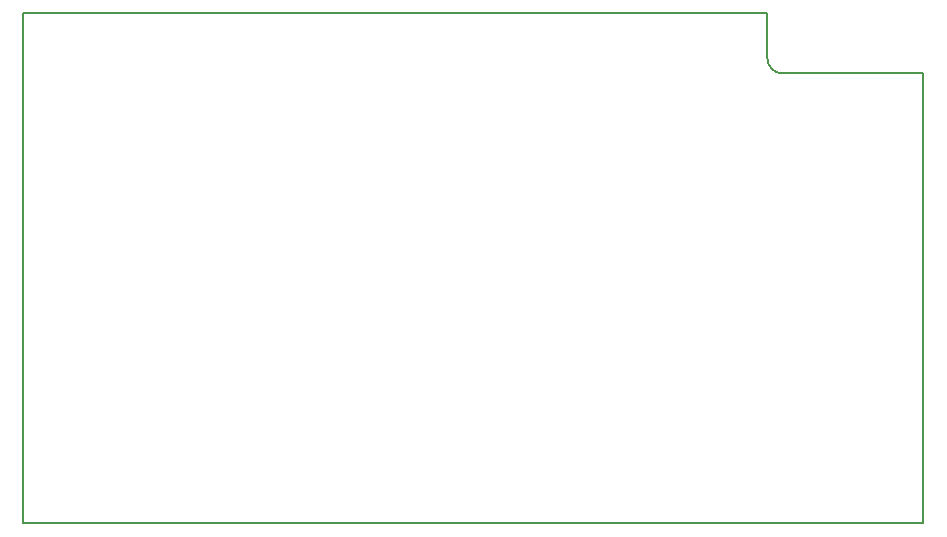
<source format=gbr>
G04 #@! TF.FileFunction,Profile,NP*
%FSLAX46Y46*%
G04 Gerber Fmt 4.6, Leading zero omitted, Abs format (unit mm)*
G04 Created by KiCad (PCBNEW 4.0.5+dfsg1-4) date Sat Apr 29 18:46:39 2017*
%MOMM*%
%LPD*%
G01*
G04 APERTURE LIST*
%ADD10C,0.100000*%
%ADD11C,0.150000*%
G04 APERTURE END LIST*
D10*
D11*
X110490000Y-99060000D02*
X173482000Y-99060000D01*
X186690000Y-104140000D02*
X174752000Y-104140000D01*
X173482000Y-102870000D02*
X173482000Y-99060000D01*
X110490000Y-142240000D02*
X110490000Y-99060000D01*
X186690000Y-142240000D02*
X185420000Y-142240000D01*
X186690000Y-139700000D02*
X186690000Y-142240000D01*
X173482000Y-102870000D02*
G75*
G03X174752000Y-104140000I1270000J0D01*
G01*
X186690000Y-139700000D02*
X186690000Y-104140000D01*
X110490000Y-142240000D02*
X185420000Y-142240000D01*
M02*

</source>
